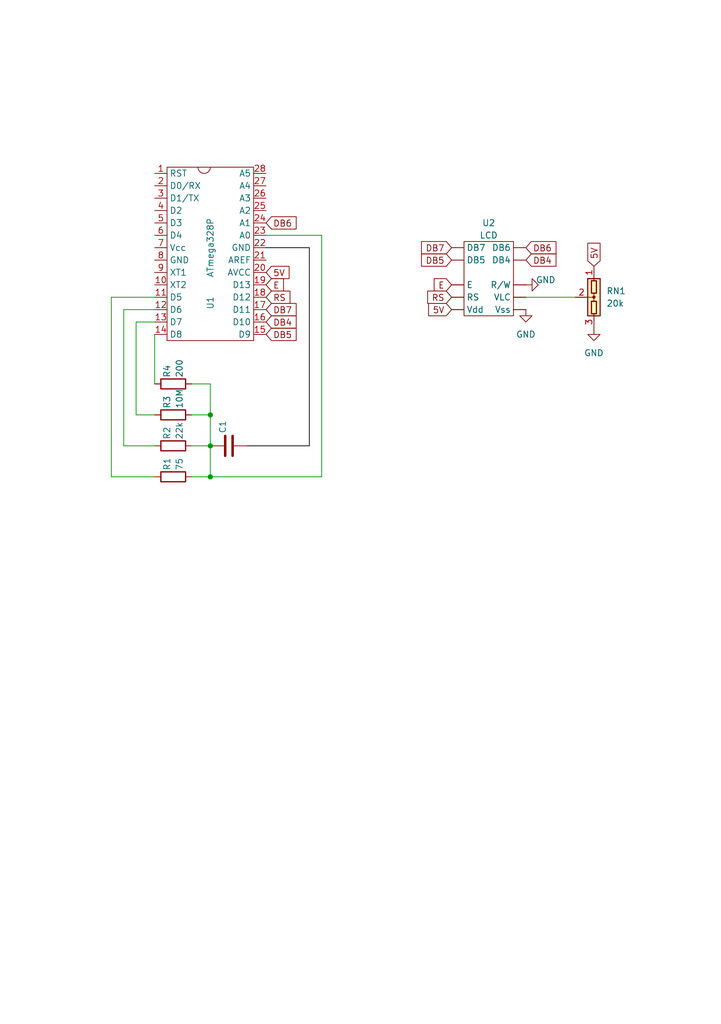
<source format=kicad_sch>
(kicad_sch (version 20231120) (generator "eeschema") (generator_version "8.0")
  (paper "A5" portrait)
  (lib_symbols
    (symbol "0Ore:LM162AT1"
      (property "Reference" "U" (at 0 0 0))
      (symbol "LM162AT1_0_1"
        (rectangle (start -5.08 16.51) (end 5.08 1.27))
      )
      (symbol "LM162AT1_1_1"
        (pin input line (at -7.62 12.7 0) (length 2.54) (name "DB4") (number ""))
        (pin input line (at 7.62 12.7 180) (length 2.54) (name "DB5") (number ""))
        (pin input line (at -7.62 15.24 0) (length 2.54) (name "DB6") (number ""))
        (pin input line (at 7.62 15.24 180) (length 2.54) (name "DB7") (number ""))
        (pin input line (at 7.62 7.62 180) (length 2.54) (name "E") (number ""))
        (pin input line (at -7.62 7.62 0) (length 2.54) (name "R/W") (number ""))
        (pin input line (at 7.62 5.08 180) (length 2.54) (name "RS") (number ""))
        (pin input line (at -7.62 5.08 0) (length 2.54) (name "VLC") (number ""))
        (pin input line (at 7.62 2.54 180) (length 2.54) (name "Vdd") (number ""))
        (pin input line (at -7.62 2.54 0) (length 2.54) (name "Vss") (number ""))
      )
    )
    (symbol "Device:C" (pin_numbers hide) (pin_names (offset 0.254))
      (property "Reference" "C" (at 0.635 2.54 0))
      (property "Value" "C" (at 0.635 -2.54 0))
      (symbol "C_0_1"
        (polyline (pts (xy -2.032 -0.762) (xy 2.032 -0.762)) (stroke (width 0.508)))
        (polyline (pts (xy -2.032 0.762) (xy 2.032 0.762)) (stroke (width 0.508)))
      )
      (symbol "C_1_1"
        (pin passive line (at 0 3.81 270) (length 2.794) (name "~") (number "1"))
        (pin passive line (at 0 -3.81 90) (length 2.794) (name "~") (number "2"))
      )
    )
    (symbol "Device:R" (pin_numbers hide) (pin_names (offset 0))
      (property "Reference" "R" (at 2.032 0 90))
      (property "Value" "R" (at 0 0 90))
      (symbol "R_0_1"
        (rectangle (start -1.016 -2.54) (end 1.016 2.54) (stroke (width 0.254)))
      )
      (symbol "R_1_1"
        (pin passive line (at 0 3.81 270) (length 1.27) (name "~") (number "1"))
        (pin passive line (at 0 -3.81 90) (length 1.27) (name "~") (number "2"))
      )
    )
    (symbol "Device:VoltageDivider" (pin_names (offset 0) hide)
      (property "Reference" "RN" (at -4.445 0 90))
      (property "Value" "VoltageDivider" (at -2.54 0 90))
      (symbol "VoltageDivider_0_1"
        (rectangle (start -1.27 -3.81) (end 1.27 3.81) (stroke (width 0.254)) (fill (type background)))
        (rectangle (start -0.508 -3.3782) (end 0.508 -0.8382) (stroke (width 0.254)))
        (rectangle (start -0.508 3.3782) (end 0.508 0.8382) (stroke (width 0.254)))
        (polyline (pts (xy 0 -5.08) (xy 0 -3.429)))
        (polyline (pts (xy 0 0.889) (xy 0 -0.889)))
        (polyline (pts (xy 0 5.08) (xy 0 3.3782)))
        (polyline (pts (xy 1.27 0) (xy 0 0)))
        (circle (center 0 0.0254) (radius 0.254) (fill (type outline)))
      )
      (symbol "VoltageDivider_1_1"
        (pin passive line (at 0 6.35 270) (length 2.54) (name "~") (number "1"))
        (pin passive line (at 3.81 0 180) (length 2.54) (name "~") (number "2"))
        (pin passive line (at 0 -6.35 90) (length 2.54) (name "~") (number "3"))
      )
    )
    (symbol "Ore:ATmega328U_Duino"
      (property "Reference" "ATmega328P_arduino" (at 0 0 0))
      (symbol "ATmega328U_Duino_0_1"
        (arc (start -17.7799 11.4299) (mid -16.8819 11.8019) (end -16.5099 12.6999))
        (rectangle (start -17.78 22.86) (end 17.78 5.08))
        (arc (start -16.5099 12.7001) (mid -16.8819 13.5981) (end -17.7799 13.9701))
      )
      (symbol "ATmega328U_Duino_1_1"
        (pin input line (at -16.51 2.54 90) (length 2.54) (name "RST") (number "1"))
        (pin input line (at 6.35 2.54 90) (length 2.54) (name "XT2") (number "10"))
        (pin output line (at 8.89 2.54 90) (length 2.54) (name "D5") (number "11"))
        (pin output line (at 11.43 2.54 90) (length 2.54) (name "D6") (number "12"))
        (pin output line (at 13.97 2.54 90) (length 2.54) (name "D7") (number "13"))
        (pin output line (at 16.51 2.54 90) (length 2.54) (name "D8") (number "14"))
        (pin output line (at 16.51 25.4 270) (length 2.54) (name "D9") (number "15"))
        (pin output line (at 13.97 25.4 270) (length 2.54) (name "D10") (number "16"))
        (pin unspecified line (at 11.43 25.4 270) (length 2.54) (name "D11") (number "17"))
        (pin unspecified line (at 8.89 25.4 270) (length 2.54) (name "D12") (number "18"))
        (pin unspecified line (at 6.35 25.4 270) (length 2.54) (name "D13") (number "19"))
        (pin output line (at -13.97 2.54 90) (length 2.54) (name "D0/RX") (number "2"))
        (pin unspecified line (at 3.81 25.4 270) (length 2.54) (name "AVCC") (number "20"))
        (pin unspecified line (at 1.27 25.4 270) (length 2.54) (name "AREF") (number "21"))
        (pin unspecified line (at -1.27 25.4 270) (length 2.54) (name "GND") (number "22"))
        (pin unspecified line (at -3.81 25.4 270) (length 2.54) (name "A0") (number "23"))
        (pin unspecified line (at -6.35 25.4 270) (length 2.54) (name "A1") (number "24"))
        (pin unspecified line (at -8.89 25.4 270) (length 2.54) (name "A2") (number "25"))
        (pin unspecified line (at -11.43 25.4 270) (length 2.54) (name "A3") (number "26"))
        (pin unspecified line (at -13.97 25.4 270) (length 2.54) (name "A4") (number "27"))
        (pin unspecified line (at -16.51 25.4 270) (length 2.54) (name "A5") (number "28"))
        (pin output line (at -11.43 2.54 90) (length 2.54) (name "D1/TX") (number "3"))
        (pin output line (at -8.89 2.54 90) (length 2.54) (name "D2") (number "4"))
        (pin output line (at -6.35 2.54 90) (length 2.54) (name "D3") (number "5"))
        (pin output line (at -3.81 2.54 90) (length 2.54) (name "D4") (number "6"))
        (pin power_in line (at -1.27 2.54 90) (length 2.54) (name "Vcc") (number "7"))
        (pin power_out line (at 1.27 2.54 90) (length 2.54) (name "GND") (number "8"))
        (pin input line (at 3.81 2.54 90) (length 2.54) (name "XT1") (number "9"))
      )
    )
    (symbol "power:GND" (power) (pin_numbers hide) (pin_names (offset 0) hide)
      (property "Value" "GND" (at 0 -3.81 0))
      (symbol "GND_0_1"
        (polyline (pts (xy 0 0) (xy 0 -1.27) (xy 1.27 -1.27) (xy 0 -2.54) (xy -1.27 -1.27) (xy 0 -1.27)))
      )
      (symbol "GND_1_1"
        (pin power_in line (at 0 0 270) (length 0) (name "~") (number "1"))
      )
    )
  )
  (junction (at 43.18 91.44))
  (junction (at 43.18 97.79))
  (junction (at 43.18 85.09))
  (wire (pts (xy 31.75 63.5) (xy 25.4 63.5)))
  (wire (pts (xy 39.37 85.09) (xy 43.18 85.09)))
  (wire (pts (xy 25.4 91.44) (xy 31.75 91.44)))
  (wire (pts (xy 22.86 60.96) (xy 22.86 97.79)))
  (wire (pts (xy 43.18 85.09) (xy 43.18 91.44)))
  (wire (pts (xy 31.75 60.96) (xy 22.86 60.96)))
  (wire (pts (xy 27.94 85.09) (xy 31.75 85.09)))
  (wire (pts (xy 22.86 97.79) (xy 31.75 97.79)))
  (wire (pts (xy 39.37 91.44) (xy 43.18 91.44)))
  (wire (pts (xy 39.37 97.79) (xy 43.18 97.79)))
  (wire (pts (xy 63.5 91.44) (xy 50.8 91.44)) (stroke (width 0) (color 0 0 0 1)))
  (wire (pts (xy 31.75 66.04) (xy 27.94 66.04)))
  (wire (pts (xy 66.04 97.79) (xy 43.18 97.79)))
  (wire (pts (xy 27.94 66.04) (xy 27.94 85.09)))
  (wire (pts (xy 25.4 63.5) (xy 25.4 91.44)))
  (wire (pts (xy 63.5 50.8) (xy 63.5 91.44)) (stroke (width 0) (color 0 0 0 1)))
  (wire (pts (xy 31.75 78.74) (xy 31.75 68.58)))
  (wire (pts (xy 43.18 97.79) (xy 43.18 91.44)))
  (wire (pts (xy 39.37 78.74) (xy 43.18 78.74)))
  (wire (pts (xy 54.61 48.26) (xy 66.04 48.26)))
  (wire (pts (xy 107.95 60.96) (xy 118.11 60.96)))
  (wire (pts (xy 66.04 48.26) (xy 66.04 97.79)))
  (wire (pts (xy 43.18 85.09) (xy 43.18 78.74)))
  (wire (pts (xy 54.61 50.8) (xy 63.5 50.8)) (stroke (width 0) (color 0 0 0 1)))
  (global_label "5V" (shape input) (at 121.92 54.61 90) (property "Intersheetrefs" "${INTERSHEET_REFS}" (effects (hide yes))))
  (global_label "DB4" (shape input) (at 107.95 53.34 0) (property "Intersheetrefs" "${INTERSHEET_REFS}" (effects (hide yes))))
  (global_label "DB7" (shape input) (at 92.71 50.8 180) (property "Intersheetrefs" "${INTERSHEET_REFS}" (effects (hide yes))))
  (global_label "RS" (shape input) (at 92.71 60.96 180) (property "Intersheetrefs" "${INTERSHEET_REFS}" (effects (hide yes))))
  (global_label "DB4" (shape input) (at 54.61 66.04 0) (property "Intersheetrefs" "${INTERSHEET_REFS}" (effects (hide yes))))
  (global_label "5V" (shape input) (at 54.61 55.88 0) (property "Intersheetrefs" "${INTERSHEET_REFS}" (effects (hide yes))))
  (global_label "DB6" (shape input) (at 54.61 45.72 0) (property "Intersheetrefs" "${INTERSHEET_REFS}" (effects (hide yes))))
  (global_label "DB7" (shape input) (at 54.61 63.5 0) (property "Intersheetrefs" "${INTERSHEET_REFS}" (effects (hide yes))))
  (global_label "DB5" (shape input) (at 54.61 68.58 0) (property "Intersheetrefs" "${INTERSHEET_REFS}" (effects (hide yes))))
  (global_label "DB5" (shape input) (at 92.71 53.34 180) (property "Intersheetrefs" "${INTERSHEET_REFS}" (effects (hide yes))))
  (global_label "RS" (shape input) (at 54.61 60.96 0) (property "Intersheetrefs" "${INTERSHEET_REFS}" (effects (hide yes))))
  (global_label "E" (shape input) (at 92.71 58.42 180) (property "Intersheetrefs" "${INTERSHEET_REFS}" (effects (hide yes))))
  (global_label "DB6" (shape input) (at 107.95 50.8 0) (property "Intersheetrefs" "${INTERSHEET_REFS}" (effects (hide yes))))
  (global_label "5V" (shape input) (at 92.71 63.5 180) (property "Intersheetrefs" "${INTERSHEET_REFS}" (effects (hide yes))))
  (global_label "E" (shape input) (at 54.61 58.42 0) (property "Intersheetrefs" "${INTERSHEET_REFS}" (effects (hide yes))))
  (symbol (lib_id "power:GND") (at 107.95 58.42 90) (unit 1)
    (property "Reference" "#PWR03" (effects (hide yes)))
    (property "Value" "GND" (at 109.982 57.404 90) (effects (justify right)))
    (property "Description" "Power symbol creates a global label with name \"GND\" , ground" (effects (hide yes)))
  )
  (symbol (lib_id "Device:C") (at 46.99 91.44 90) (unit 1)
    (property "Reference" "C1" (at 45.72 88.9 0) (effects (justify left)))
    (property "Value" "Any" (effects (hide yes)))
  )
  (symbol (lib_id "0Ore:LM162AT1") (at 100.33 66.04 0) (mirror y) (unit 1)
    (property "Reference" "U2" (at 100.33 45.72 0))
    (property "Value" "LCD" (at 100.33 48.26 0))
  )
  (symbol (lib_id "Device:R") (at 35.56 97.79 90) (unit 1)
    (property "Reference" "R1" (at 34.29 96.52 0) (effects (justify left)))
    (property "Value" "75" (at 36.83 96.52 0) (effects (justify left)))
  )
  (symbol (lib_id "power:GND") (at 121.92 67.31 0) (unit 1)
    (property "Reference" "#PWR02" (effects (hide yes)))
    (property "Value" "GND" (at 121.92 72.39 0))
    (property "Description" "Power symbol creates a global label with name \"GND\" , ground" (effects (hide yes)))
  )
  (symbol (lib_id "Ore:ATmega328U_Duino") (at 29.21 52.07 270) (unit 1)
    (property "Reference" "U1" (at 43.18 63.5 0) (effects (justify right)))
    (property "Value" "ATmega328P" (at 43.18 50.8 0))
  )
  (symbol (lib_id "Device:R") (at 35.56 78.74 90) (unit 1)
    (property "Reference" "R4" (at 34.29 77.47 0) (effects (justify left)))
    (property "Value" "200" (at 36.83 77.47 0) (effects (justify left)))
  )
  (symbol (lib_id "power:GND") (at 107.95 63.5 0) (unit 1)
    (property "Reference" "#PWR01" (effects (hide yes)))
    (property "Value" "GND" (at 107.95 68.58 0))
    (property "Description" "Power symbol creates a global label with name \"GND\" , ground" (effects (hide yes)))
  )
  (symbol (lib_id "Device:R") (at 35.56 85.09 90) (unit 1)
    (property "Reference" "R3" (at 34.29 83.82 0) (effects (justify left)))
    (property "Value" "10M" (at 36.83 83.82 0) (effects (justify left)))
  )
  (symbol (lib_id "Device:VoltageDivider") (at 121.92 60.96 0) (mirror y) (unit 1)
    (property "Reference" "RN1" (at 124.46 59.6899 0) (effects (justify right)))
    (property "Value" "20k" (at 124.46 62.2299 0) (effects (justify right)))
    (property "Description" "Voltage divider" (effects (hide yes)))
  )
  (symbol (lib_id "Device:R") (at 35.56 91.44 90) (unit 1)
    (property "Reference" "R2" (at 34.29 90.17 0) (effects (justify left)))
    (property "Value" "22k" (at 36.83 90.17 0) (effects (justify left)))
  )
)
</source>
